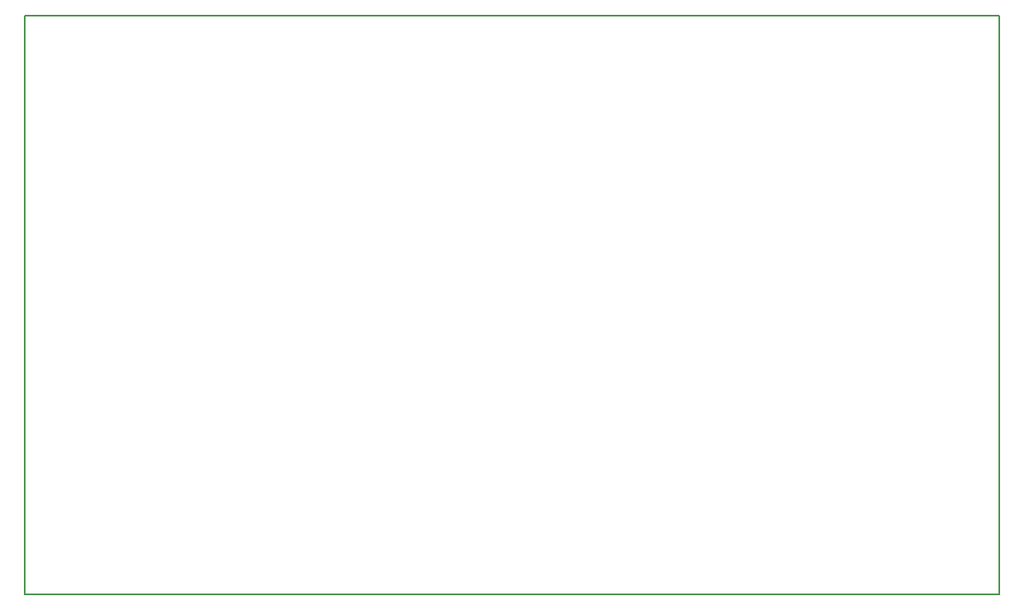
<source format=gbr>
G04 #@! TF.FileFunction,Profile,NP*
%FSLAX46Y46*%
G04 Gerber Fmt 4.6, Leading zero omitted, Abs format (unit mm)*
G04 Created by KiCad (PCBNEW 4.0.5+dfsg1-4) date Tue Apr 25 09:23:24 2017*
%MOMM*%
%LPD*%
G01*
G04 APERTURE LIST*
%ADD10C,0.100000*%
%ADD11C,0.150000*%
G04 APERTURE END LIST*
D10*
D11*
X50000000Y-121000000D02*
X50000000Y-61500000D01*
X150000000Y-61500000D02*
X150000000Y-121000000D01*
X150000000Y-61500000D02*
X50000000Y-61500000D01*
X50000000Y-121000000D02*
X150000000Y-121000000D01*
M02*

</source>
